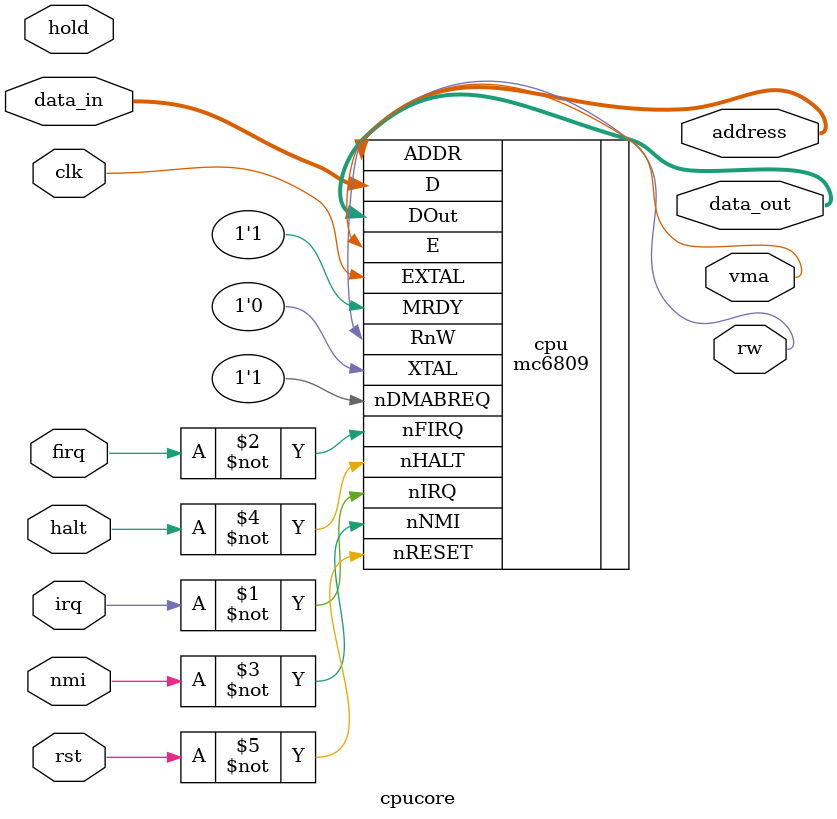
<source format=v>
module cpucore
(
	input				clk,
	input				rst,
	output 			rw,
	output			vma,
	output [15:0]	address,
	input   [7:0]	data_in,
	output  [7:0]	data_out,
	input				halt,
	input				hold,
	input				irq,
	input				firq,
	input				nmi
);


mc6809 cpu
(
   .D(data_in),
	.DOut(data_out),
   .ADDR(address),
   .RnW(rw),
	.E(vma),
   .nIRQ(~irq),
   .nFIRQ(~firq),
   .nNMI(~nmi),
   .EXTAL(clk),
   .nHALT(~halt),
   .nRESET(~rst),
	.XTAL(1'b0),
	.MRDY(1'b1),
	.nDMABREQ(1'b1)
);

endmodule 
</source>
